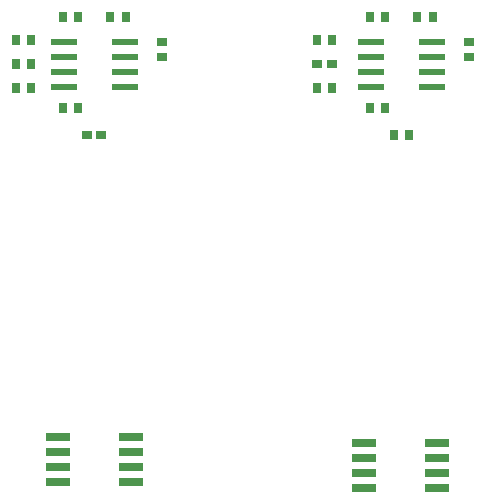
<source format=gbr>
G04 EAGLE Gerber X2 export*
%TF.Part,Single*%
%TF.FileFunction,Paste,Top*%
%TF.FilePolarity,Positive*%
%TF.GenerationSoftware,Autodesk,EAGLE,9.0.1*%
%TF.CreationDate,2018-05-22T13:38:54Z*%
G75*
%MOMM*%
%FSLAX34Y34*%
%LPD*%
%AMOC8*
5,1,8,0,0,1.08239X$1,22.5*%
G01*
%ADD10R,2.200000X0.600000*%
%ADD11R,2.032000X0.660400*%
%ADD12R,0.925000X0.740000*%
%ADD13R,0.700000X0.900000*%
%ADD14R,0.900000X0.700000*%


D10*
X99000Y531350D03*
X151000Y531350D03*
X99000Y544050D03*
X99000Y518650D03*
X99000Y505950D03*
X151000Y544050D03*
X151000Y518650D03*
X151000Y505950D03*
X359000Y531350D03*
X411000Y531350D03*
X359000Y544050D03*
X359000Y518650D03*
X359000Y505950D03*
X411000Y544050D03*
X411000Y518650D03*
X411000Y505950D03*
D11*
X155734Y170950D03*
X94266Y170950D03*
X155734Y183650D03*
X155734Y196350D03*
X94266Y183650D03*
X94266Y196350D03*
X155734Y209050D03*
X94266Y209050D03*
X415034Y165950D03*
X353566Y165950D03*
X415034Y178650D03*
X415034Y191350D03*
X353566Y178650D03*
X353566Y191350D03*
X415034Y204050D03*
X353566Y204050D03*
D12*
X119000Y465088D03*
X131000Y465088D03*
D13*
X378500Y464992D03*
X391500Y464992D03*
D14*
X182500Y531000D03*
X182500Y544000D03*
X442500Y531000D03*
X442500Y544000D03*
D13*
X111500Y487500D03*
X98500Y487500D03*
X371500Y487500D03*
X358500Y487500D03*
X58500Y545000D03*
X71500Y545000D03*
X71500Y505000D03*
X58500Y505000D03*
X313500Y545000D03*
X326500Y545000D03*
X326500Y505000D03*
X313500Y505000D03*
X71500Y525000D03*
X58500Y525000D03*
D12*
X326000Y525000D03*
X314000Y525000D03*
D13*
X98500Y565000D03*
X111500Y565000D03*
X151500Y565000D03*
X138500Y565000D03*
X358500Y565000D03*
X371500Y565000D03*
X411500Y565000D03*
X398500Y565000D03*
M02*

</source>
